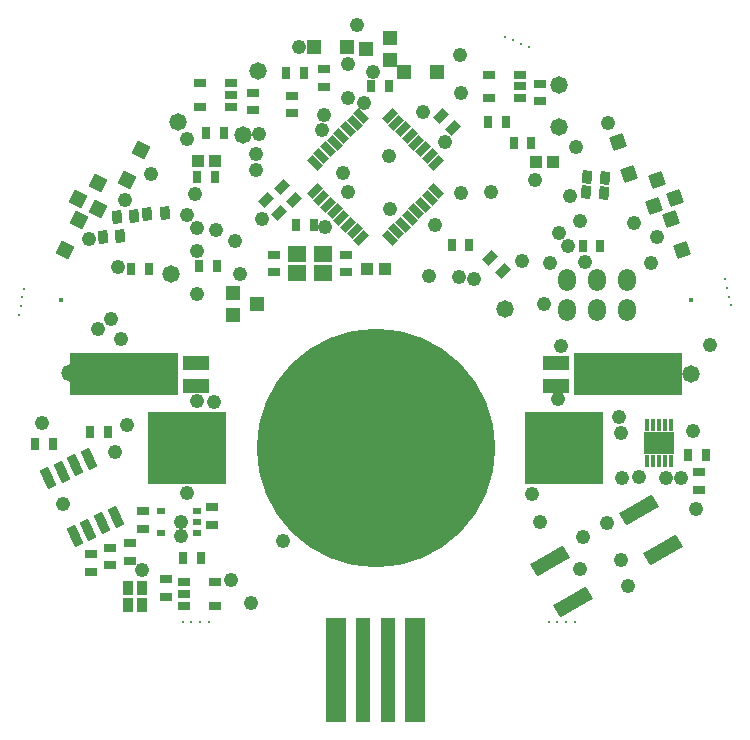
<source format=gts>
%FSLAX25Y25*%
%MOIN*%
G70*
G01*
G75*
G04 Layer_Color=8388736*
%ADD10R,0.04331X0.33858*%
%ADD11R,0.05906X0.33858*%
G04:AMPARAMS|DCode=12|XSize=118.11mil|YSize=39.37mil|CornerRadius=0mil|HoleSize=0mil|Usage=FLASHONLY|Rotation=210.000|XOffset=0mil|YOffset=0mil|HoleType=Round|Shape=Rectangle|*
%AMROTATEDRECTD12*
4,1,4,0.04130,0.04658,0.06099,0.01248,-0.04130,-0.04658,-0.06099,-0.01248,0.04130,0.04658,0.0*
%
%ADD12ROTATEDRECTD12*%

G04:AMPARAMS|DCode=13|XSize=39.37mil|YSize=15.75mil|CornerRadius=0mil|HoleSize=0mil|Usage=FLASHONLY|Rotation=315.000|XOffset=0mil|YOffset=0mil|HoleType=Round|Shape=Rectangle|*
%AMROTATEDRECTD13*
4,1,4,-0.01949,0.00835,-0.00835,0.01949,0.01949,-0.00835,0.00835,-0.01949,-0.01949,0.00835,0.0*
%
%ADD13ROTATEDRECTD13*%

G04:AMPARAMS|DCode=14|XSize=39.37mil|YSize=15.75mil|CornerRadius=0mil|HoleSize=0mil|Usage=FLASHONLY|Rotation=225.000|XOffset=0mil|YOffset=0mil|HoleType=Round|Shape=Rectangle|*
%AMROTATEDRECTD14*
4,1,4,0.00835,0.01949,0.01949,0.00835,-0.00835,-0.01949,-0.01949,-0.00835,0.00835,0.01949,0.0*
%
%ADD14ROTATEDRECTD14*%

%ADD15R,0.02362X0.01575*%
%ADD16R,0.25590X0.23622*%
%ADD17C,0.78740*%
%ADD18R,0.02362X0.03543*%
%ADD19R,0.03543X0.02362*%
%ADD20R,0.07874X0.03937*%
%ADD21R,0.35433X0.13386*%
G04:AMPARAMS|DCode=22|XSize=23.62mil|YSize=35.43mil|CornerRadius=0mil|HoleSize=0mil|Usage=FLASHONLY|Rotation=176.000|XOffset=0mil|YOffset=0mil|HoleType=Round|Shape=Rectangle|*
%AMROTATEDRECTD22*
4,1,4,0.01302,0.01685,0.01055,-0.01850,-0.01302,-0.01685,-0.01055,0.01850,0.01302,0.01685,0.0*
%
%ADD22ROTATEDRECTD22*%

G04:AMPARAMS|DCode=23|XSize=23.62mil|YSize=35.43mil|CornerRadius=0mil|HoleSize=0mil|Usage=FLASHONLY|Rotation=135.000|XOffset=0mil|YOffset=0mil|HoleType=Round|Shape=Rectangle|*
%AMROTATEDRECTD23*
4,1,4,0.02088,0.00418,-0.00418,-0.02088,-0.02088,-0.00418,0.00418,0.02088,0.02088,0.00418,0.0*
%
%ADD23ROTATEDRECTD23*%

G04:AMPARAMS|DCode=24|XSize=23.62mil|YSize=35.43mil|CornerRadius=0mil|HoleSize=0mil|Usage=FLASHONLY|Rotation=4.000|XOffset=0mil|YOffset=0mil|HoleType=Round|Shape=Rectangle|*
%AMROTATEDRECTD24*
4,1,4,-0.01055,-0.01850,-0.01302,0.01685,0.01055,0.01850,0.01302,-0.01685,-0.01055,-0.01850,0.0*
%
%ADD24ROTATEDRECTD24*%

%ADD25R,0.03937X0.03937*%
%ADD26P,0.05568X4X379.0*%
%ADD27P,0.05568X4X65.0*%
%ADD28R,0.05512X0.04724*%
%ADD29R,0.03150X0.02165*%
G04:AMPARAMS|DCode=30|XSize=23.62mil|YSize=61.02mil|CornerRadius=0mil|HoleSize=0mil|Usage=FLASHONLY|Rotation=25.000|XOffset=0mil|YOffset=0mil|HoleType=Round|Shape=Rectangle|*
%AMROTATEDRECTD30*
4,1,4,0.00219,-0.03265,-0.02360,0.02266,-0.00219,0.03265,0.02360,-0.02266,0.00219,-0.03265,0.0*
%
%ADD30ROTATEDRECTD30*%

%ADD31R,0.00984X0.03347*%
%ADD32R,0.09370X0.06496*%
%ADD33R,0.03150X0.03150*%
%ADD34R,0.02756X0.03937*%
%ADD35R,0.03937X0.03937*%
%ADD36P,0.05568X4X109.0*%
%ADD37P,0.05568X4X335.0*%
%ADD38C,0.02000*%
%ADD39C,0.01200*%
%ADD40C,0.01000*%
%ADD41C,0.01800*%
%ADD42C,0.01500*%
%ADD43O,0.05118X0.06693*%
%ADD44R,0.00394X0.00394*%
%ADD45C,0.04000*%
%ADD46C,0.05000*%
%ADD47C,0.00500*%
%ADD48C,0.01969*%
%ADD49C,0.01181*%
%ADD50C,0.00394*%
%ADD51C,0.00600*%
%ADD52R,0.05131X0.34658*%
%ADD53R,0.06706X0.34658*%
G04:AMPARAMS|DCode=54|XSize=126.11mil|YSize=47.37mil|CornerRadius=0mil|HoleSize=0mil|Usage=FLASHONLY|Rotation=210.000|XOffset=0mil|YOffset=0mil|HoleType=Round|Shape=Rectangle|*
%AMROTATEDRECTD54*
4,1,4,0.04277,0.05204,0.06645,0.01102,-0.04277,-0.05204,-0.06645,-0.01102,0.04277,0.05204,0.0*
%
%ADD54ROTATEDRECTD54*%

G04:AMPARAMS|DCode=55|XSize=47.37mil|YSize=23.75mil|CornerRadius=0mil|HoleSize=0mil|Usage=FLASHONLY|Rotation=315.000|XOffset=0mil|YOffset=0mil|HoleType=Round|Shape=Rectangle|*
%AMROTATEDRECTD55*
4,1,4,-0.02514,0.00835,-0.00835,0.02514,0.02514,-0.00835,0.00835,-0.02514,-0.02514,0.00835,0.0*
%
%ADD55ROTATEDRECTD55*%

G04:AMPARAMS|DCode=56|XSize=47.37mil|YSize=23.75mil|CornerRadius=0mil|HoleSize=0mil|Usage=FLASHONLY|Rotation=225.000|XOffset=0mil|YOffset=0mil|HoleType=Round|Shape=Rectangle|*
%AMROTATEDRECTD56*
4,1,4,0.00835,0.02514,0.02514,0.00835,-0.00835,-0.02514,-0.02514,-0.00835,0.00835,0.02514,0.0*
%
%ADD56ROTATEDRECTD56*%

%ADD57R,0.03162X0.02375*%
%ADD58R,0.26391X0.24422*%
%ADD59C,0.79540*%
%ADD60R,0.03162X0.04343*%
%ADD61R,0.04343X0.03162*%
%ADD62R,0.08674X0.04737*%
%ADD63R,0.36233X0.14186*%
G04:AMPARAMS|DCode=64|XSize=31.62mil|YSize=43.43mil|CornerRadius=0mil|HoleSize=0mil|Usage=FLASHONLY|Rotation=176.000|XOffset=0mil|YOffset=0mil|HoleType=Round|Shape=Rectangle|*
%AMROTATEDRECTD64*
4,1,4,0.01729,0.02056,0.01426,-0.02277,-0.01729,-0.02056,-0.01426,0.02277,0.01729,0.02056,0.0*
%
%ADD64ROTATEDRECTD64*%

G04:AMPARAMS|DCode=65|XSize=31.62mil|YSize=43.43mil|CornerRadius=0mil|HoleSize=0mil|Usage=FLASHONLY|Rotation=135.000|XOffset=0mil|YOffset=0mil|HoleType=Round|Shape=Rectangle|*
%AMROTATEDRECTD65*
4,1,4,0.02654,0.00418,-0.00418,-0.02654,-0.02654,-0.00418,0.00418,0.02654,0.02654,0.00418,0.0*
%
%ADD65ROTATEDRECTD65*%

G04:AMPARAMS|DCode=66|XSize=31.62mil|YSize=43.43mil|CornerRadius=0mil|HoleSize=0mil|Usage=FLASHONLY|Rotation=4.000|XOffset=0mil|YOffset=0mil|HoleType=Round|Shape=Rectangle|*
%AMROTATEDRECTD66*
4,1,4,-0.01426,-0.02277,-0.01729,0.02056,0.01426,0.02277,0.01729,-0.02056,-0.01426,-0.02277,0.0*
%
%ADD66ROTATEDRECTD66*%

%ADD67R,0.04737X0.04737*%
%ADD68P,0.06699X4X379.0*%
%ADD69P,0.06699X4X65.0*%
%ADD70R,0.06312X0.05524*%
%ADD71R,0.03950X0.02965*%
G04:AMPARAMS|DCode=72|XSize=31.62mil|YSize=69.02mil|CornerRadius=0mil|HoleSize=0mil|Usage=FLASHONLY|Rotation=25.000|XOffset=0mil|YOffset=0mil|HoleType=Round|Shape=Rectangle|*
%AMROTATEDRECTD72*
4,1,4,0.00026,-0.03796,-0.02892,0.02460,-0.00026,0.03796,0.02892,-0.02460,0.00026,-0.03796,0.0*
%
%ADD72ROTATEDRECTD72*%

%ADD73R,0.01784X0.04147*%
%ADD74R,0.10170X0.07296*%
%ADD75R,0.03950X0.03950*%
%ADD76R,0.03556X0.04737*%
%ADD77R,0.04737X0.04737*%
%ADD78P,0.06699X4X109.0*%
%ADD79P,0.06699X4X335.0*%
%ADD80O,0.05918X0.07493*%
%ADD81C,0.00800*%
%ADD82R,0.01194X0.01194*%
%ADD83C,0.04800*%
%ADD84C,0.05800*%
G54D52*
X395866Y141350D02*
D03*
X404134D02*
D03*
G54D53*
X413189D02*
D03*
X386811D02*
D03*
G54D54*
X457999Y177742D02*
D03*
X487833Y194967D02*
D03*
X495707Y181329D02*
D03*
X465873Y164104D02*
D03*
G54D55*
X379578Y310533D02*
D03*
X381805Y312760D02*
D03*
X384032Y314987D02*
D03*
X386259Y317214D02*
D03*
X388486Y319441D02*
D03*
X390713Y321668D02*
D03*
X392940Y323895D02*
D03*
X395167Y326122D02*
D03*
X420222Y301067D02*
D03*
X417995Y298840D02*
D03*
X415768Y296613D02*
D03*
X413541Y294386D02*
D03*
X411314Y292159D02*
D03*
X409087Y289932D02*
D03*
X406860Y287705D02*
D03*
X404633Y285478D02*
D03*
G54D56*
X404633Y326122D02*
D03*
X406860Y323895D02*
D03*
X409087Y321668D02*
D03*
X411314Y319441D02*
D03*
X413541Y317214D02*
D03*
X415768Y314987D02*
D03*
X417995Y312760D02*
D03*
X420222Y310533D02*
D03*
X395167Y285478D02*
D03*
X392940Y287705D02*
D03*
X390713Y289932D02*
D03*
X388486Y292159D02*
D03*
X386259Y294386D02*
D03*
X384032Y296613D02*
D03*
X381805Y298840D02*
D03*
X379578Y301067D02*
D03*
G54D57*
X328495Y187060D02*
D03*
X328306Y194540D02*
D03*
X340305D02*
D03*
Y187060D02*
D03*
Y190800D02*
D03*
G54D58*
X337205Y215400D02*
D03*
X462795D02*
D03*
G54D59*
X400000D02*
D03*
G54D60*
X286347Y216800D02*
D03*
X292253D02*
D03*
X304747Y220700D02*
D03*
X310653D02*
D03*
X335747Y178900D02*
D03*
X341653D02*
D03*
X509953Y213200D02*
D03*
X504047D02*
D03*
X474853Y282900D02*
D03*
X468947D02*
D03*
X431153Y283300D02*
D03*
X425247D02*
D03*
X443253Y324300D02*
D03*
X437347D02*
D03*
X451853Y317300D02*
D03*
X445947D02*
D03*
X376053Y340500D02*
D03*
X370147D02*
D03*
X343447Y320500D02*
D03*
X349353D02*
D03*
X340547Y305800D02*
D03*
X346453D02*
D03*
X373447Y289900D02*
D03*
X379353D02*
D03*
X341047Y276000D02*
D03*
X346953D02*
D03*
X324453Y275200D02*
D03*
X318547D02*
D03*
X398547Y336000D02*
D03*
X404453D02*
D03*
G54D61*
X305100Y174147D02*
D03*
Y180053D02*
D03*
X311500Y182253D02*
D03*
Y176347D02*
D03*
X318100Y177847D02*
D03*
Y183753D02*
D03*
X330000Y171753D02*
D03*
Y165847D02*
D03*
X345400Y195653D02*
D03*
Y189747D02*
D03*
X322300Y188547D02*
D03*
Y194453D02*
D03*
X507600Y201447D02*
D03*
Y207353D02*
D03*
X454700Y336953D02*
D03*
Y331047D02*
D03*
X382600Y335747D02*
D03*
Y341653D02*
D03*
X372200Y332953D02*
D03*
Y327047D02*
D03*
X359100Y328047D02*
D03*
Y333953D02*
D03*
X365900Y279953D02*
D03*
Y274047D02*
D03*
X390000Y279953D02*
D03*
Y274047D02*
D03*
G54D62*
X340000Y243937D02*
D03*
Y236063D02*
D03*
X460000D02*
D03*
Y243937D02*
D03*
G54D63*
X315984Y240000D02*
D03*
X484016D02*
D03*
G54D64*
X475913Y300473D02*
D03*
X470022Y300885D02*
D03*
X470378Y305973D02*
D03*
X476269Y305561D02*
D03*
G54D65*
X442288Y274612D02*
D03*
X438112Y278788D02*
D03*
X421712Y326288D02*
D03*
X425888Y322112D02*
D03*
X368612Y302388D02*
D03*
X372788Y298212D02*
D03*
X363412Y298088D02*
D03*
X367588Y293912D02*
D03*
G54D66*
X314815Y286070D02*
D03*
X308924Y285658D02*
D03*
X313665Y292405D02*
D03*
X319556Y292817D02*
D03*
X323826Y293316D02*
D03*
X329717Y293728D02*
D03*
G54D67*
X352426Y259760D02*
D03*
Y267240D02*
D03*
X360300Y263500D02*
D03*
X404581Y352181D02*
D03*
Y344701D02*
D03*
X396707Y348441D02*
D03*
G54D68*
X307469Y303818D02*
D03*
X300656Y298380D02*
D03*
X307379Y295101D02*
D03*
G54D69*
X493643Y304927D02*
D03*
X492822Y296249D02*
D03*
X499851Y298807D02*
D03*
G54D70*
X373869Y273950D02*
D03*
X382531D02*
D03*
Y280250D02*
D03*
X373869D02*
D03*
G54D71*
X336182Y166900D02*
D03*
Y170837D02*
D03*
Y162963D02*
D03*
X346418D02*
D03*
Y170837D02*
D03*
X341382Y329263D02*
D03*
Y337137D02*
D03*
X351618D02*
D03*
Y329263D02*
D03*
Y333200D02*
D03*
X437882Y332063D02*
D03*
Y339937D02*
D03*
X448118D02*
D03*
Y332063D02*
D03*
Y336000D02*
D03*
G54D72*
X299695Y186196D02*
D03*
X304227Y188310D02*
D03*
X308758Y190423D02*
D03*
X313290Y192536D02*
D03*
X304305Y211804D02*
D03*
X299773Y209690D02*
D03*
X295242Y207577D02*
D03*
X290710Y205464D02*
D03*
G54D73*
X498237Y223202D02*
D03*
X496269D02*
D03*
X494300D02*
D03*
X492332D02*
D03*
X490363D02*
D03*
Y210998D02*
D03*
X492332D02*
D03*
X494300D02*
D03*
X496269D02*
D03*
X498237D02*
D03*
G54D74*
X494300Y217100D02*
D03*
G54D75*
X340600Y311100D02*
D03*
X346505D02*
D03*
X453300Y310700D02*
D03*
X459205D02*
D03*
X397000Y275300D02*
D03*
X402906D02*
D03*
G54D76*
X317338Y168756D02*
D03*
Y163244D02*
D03*
X322062D02*
D03*
Y168756D02*
D03*
G54D77*
X390512Y349000D02*
D03*
X379488D02*
D03*
X409488Y340800D02*
D03*
X420512D02*
D03*
G54D78*
X296380Y281500D02*
D03*
X301213Y291407D02*
D03*
X321734Y314777D02*
D03*
X316902Y304869D02*
D03*
G54D79*
X502102Y281490D02*
D03*
X498332Y291849D02*
D03*
X480612Y317322D02*
D03*
X484382Y306963D02*
D03*
G54D80*
X463600Y261500D02*
D03*
X473600D02*
D03*
X483600Y261500D02*
D03*
X483600Y271500D02*
D03*
X473600D02*
D03*
X463600D02*
D03*
G54D81*
X335700Y157500D02*
D03*
X338500D02*
D03*
X341500D02*
D03*
X344500D02*
D03*
X466376Y157503D02*
D03*
X463376D02*
D03*
X460376D02*
D03*
X457576D02*
D03*
X516352Y271764D02*
D03*
X517027Y268841D02*
D03*
X517701Y265918D02*
D03*
X518331Y263190D02*
D03*
X442996Y352605D02*
D03*
X445758Y351433D02*
D03*
X448519Y350260D02*
D03*
X451097Y349166D02*
D03*
X281085Y259973D02*
D03*
X281657Y262918D02*
D03*
X282230Y265863D02*
D03*
X282764Y268612D02*
D03*
G54D82*
X505200Y264800D02*
D03*
X295000D02*
D03*
G54D83*
X438300Y300900D02*
D03*
X428430Y300497D02*
D03*
X452900Y304800D02*
D03*
X415800Y327400D02*
D03*
X448800Y277700D02*
D03*
X428300Y333800D02*
D03*
X393600Y356600D02*
D03*
X399200Y340700D02*
D03*
X396000Y330600D02*
D03*
X316426Y298112D02*
D03*
X353100Y284600D02*
D03*
X461100Y287000D02*
D03*
X427600Y272500D02*
D03*
X481100Y225900D02*
D03*
X432700Y271800D02*
D03*
X505600Y221100D02*
D03*
X307300Y255000D02*
D03*
X311600Y258600D02*
D03*
X487600Y205800D02*
D03*
X340300Y231100D02*
D03*
X346200Y230900D02*
D03*
X501600Y205400D02*
D03*
X460700Y231700D02*
D03*
X461800Y249600D02*
D03*
X395800Y155600D02*
D03*
X404100Y155400D02*
D03*
X412900Y155100D02*
D03*
X313100Y214000D02*
D03*
X335000Y190900D02*
D03*
X361100Y320200D02*
D03*
X481800Y220500D02*
D03*
X417800Y272891D02*
D03*
X340500Y266900D02*
D03*
X419600Y289800D02*
D03*
X423000Y317600D02*
D03*
X466600Y315800D02*
D03*
X374500Y349100D02*
D03*
X390600Y332100D02*
D03*
X382800Y326500D02*
D03*
X339800Y300100D02*
D03*
X336900Y318600D02*
D03*
X382100Y321500D02*
D03*
X337205Y200495D02*
D03*
X404700Y295200D02*
D03*
X428000Y346400D02*
D03*
X404500Y312700D02*
D03*
X456000Y263596D02*
D03*
X361900Y291700D02*
D03*
X337100Y293100D02*
D03*
X383200Y289300D02*
D03*
X354700Y273600D02*
D03*
X464200Y282900D02*
D03*
X469600Y277500D02*
D03*
X295700Y196900D02*
D03*
X288600Y223900D02*
D03*
X317100Y223000D02*
D03*
X315000Y251800D02*
D03*
X359900Y313400D02*
D03*
Y308000D02*
D03*
X457900Y277300D02*
D03*
X452100Y200300D02*
D03*
X390700Y300900D02*
D03*
X390800Y343500D02*
D03*
X388900Y307300D02*
D03*
X346600Y288100D02*
D03*
X340500Y288900D02*
D03*
X340400Y281100D02*
D03*
X468000Y291300D02*
D03*
X477300Y323800D02*
D03*
X464600Y299500D02*
D03*
X486000Y290500D02*
D03*
X493600Y285700D02*
D03*
X325100Y306800D02*
D03*
X304354Y285000D02*
D03*
X314000Y275700D02*
D03*
X322200Y174700D02*
D03*
X351600Y171400D02*
D03*
X358400Y163900D02*
D03*
X369100Y184500D02*
D03*
X335100Y186000D02*
D03*
X454800Y190800D02*
D03*
X481900Y205400D02*
D03*
X496700D02*
D03*
X481800Y178100D02*
D03*
X506600Y195200D02*
D03*
X477200Y190500D02*
D03*
X468200Y175100D02*
D03*
X469000Y185700D02*
D03*
X484200Y169500D02*
D03*
X404000Y251900D02*
D03*
X491700Y277300D02*
D03*
X511500Y249800D02*
D03*
G54D84*
X461200Y322500D02*
D03*
X355600Y319900D02*
D03*
X360600Y341000D02*
D03*
X460900Y336400D02*
D03*
X298200Y240400D02*
D03*
X442900Y261800D02*
D03*
X505000Y240000D02*
D03*
X331600Y273600D02*
D03*
X334200Y324000D02*
D03*
M02*

</source>
